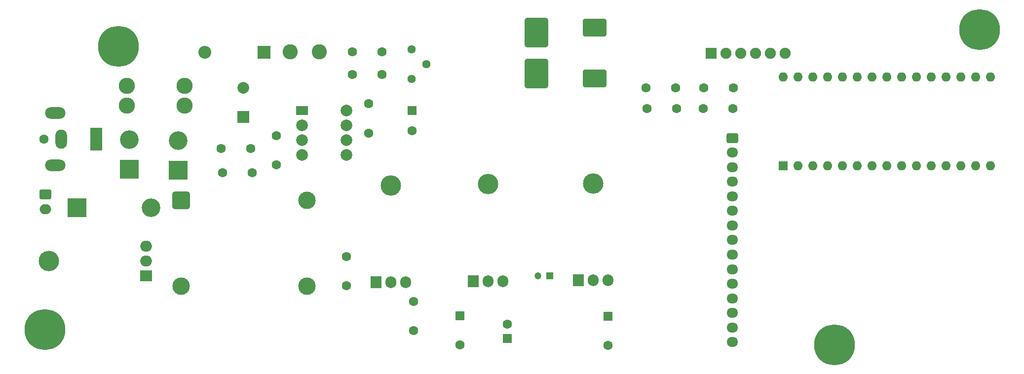
<source format=gbs>
G04 #@! TF.GenerationSoftware,KiCad,Pcbnew,8.0.6*
G04 #@! TF.CreationDate,2024-11-16T13:19:29-06:00*
G04 #@! TF.ProjectId,1400-PSU,31343030-2d50-4535-952e-6b696361645f,rev?*
G04 #@! TF.SameCoordinates,Original*
G04 #@! TF.FileFunction,Soldermask,Bot*
G04 #@! TF.FilePolarity,Negative*
%FSLAX46Y46*%
G04 Gerber Fmt 4.6, Leading zero omitted, Abs format (unit mm)*
G04 Created by KiCad (PCBNEW 8.0.6) date 2024-11-16 13:19:29*
%MOMM*%
%LPD*%
G01*
G04 APERTURE LIST*
G04 Aperture macros list*
%AMRoundRect*
0 Rectangle with rounded corners*
0 $1 Rounding radius*
0 $2 $3 $4 $5 $6 $7 $8 $9 X,Y pos of 4 corners*
0 Add a 4 corners polygon primitive as box body*
4,1,4,$2,$3,$4,$5,$6,$7,$8,$9,$2,$3,0*
0 Add four circle primitives for the rounded corners*
1,1,$1+$1,$2,$3*
1,1,$1+$1,$4,$5*
1,1,$1+$1,$6,$7*
1,1,$1+$1,$8,$9*
0 Add four rect primitives between the rounded corners*
20,1,$1+$1,$2,$3,$4,$5,0*
20,1,$1+$1,$4,$5,$6,$7,0*
20,1,$1+$1,$6,$7,$8,$9,0*
20,1,$1+$1,$8,$9,$2,$3,0*%
G04 Aperture macros list end*
%ADD10C,3.900000*%
%ADD11C,7.000000*%
%ADD12C,1.600000*%
%ADD13R,2.000000X4.000000*%
%ADD14O,2.000000X3.300000*%
%ADD15O,3.500000X2.000000*%
%ADD16R,1.600000X1.600000*%
%ADD17R,2.200000X2.200000*%
%ADD18O,2.200000X2.200000*%
%ADD19C,2.600000*%
%ADD20O,3.500000X3.500000*%
%ADD21R,2.000000X1.905000*%
%ADD22O,2.000000X1.905000*%
%ADD23RoundRect,0.250000X-0.725000X0.600000X-0.725000X-0.600000X0.725000X-0.600000X0.725000X0.600000X0*%
%ADD24O,1.950000X1.700000*%
%ADD25R,3.200000X3.200000*%
%ADD26O,3.200000X3.200000*%
%ADD27R,2.000000X2.000000*%
%ADD28C,2.000000*%
%ADD29R,2.000000X1.600000*%
%ADD30O,1.600000X1.600000*%
%ADD31R,1.200000X1.200000*%
%ADD32C,1.200000*%
%ADD33C,2.780000*%
%ADD34R,1.905000X1.905000*%
%ADD35C,1.905000*%
%ADD36RoundRect,0.375000X-1.125000X-1.125000X1.125000X-1.125000X1.125000X1.125000X-1.125000X1.125000X0*%
%ADD37C,3.000000*%
%ADD38C,1.440000*%
%ADD39RoundRect,0.333333X-1.666667X-2.166667X1.666667X-2.166667X1.666667X2.166667X-1.666667X2.166667X0*%
%ADD40RoundRect,0.250000X-1.750000X-1.250000X1.750000X-1.250000X1.750000X1.250000X-1.750000X1.250000X0*%
%ADD41RoundRect,0.250000X-0.750000X0.600000X-0.750000X-0.600000X0.750000X-0.600000X0.750000X0.600000X0*%
%ADD42O,2.000000X1.700000*%
%ADD43R,1.905000X2.000000*%
%ADD44O,1.905000X2.000000*%
G04 APERTURE END LIST*
D10*
X197540000Y-117690000D03*
D11*
X197540000Y-117690000D03*
D12*
X61850000Y-82390000D03*
D13*
X70850000Y-82390000D03*
D14*
X64850000Y-82390000D03*
D15*
X63850000Y-77890000D03*
X63850000Y-86890000D03*
D12*
X125290000Y-110240000D03*
X125290000Y-115240000D03*
X92280000Y-84040000D03*
X97360000Y-84040000D03*
D16*
X141420000Y-116652380D03*
D12*
X141420000Y-114152380D03*
D17*
X99650000Y-67500000D03*
D18*
X89490000Y-67500000D03*
D19*
X109140000Y-67440000D03*
X104140000Y-67440000D03*
D20*
X62730000Y-103340000D03*
D21*
X79390000Y-105880000D03*
D22*
X79390000Y-103340000D03*
X79390000Y-100800000D03*
D12*
X165145000Y-73630000D03*
X170225000Y-73630000D03*
D16*
X125080000Y-77500000D03*
D12*
X125080000Y-81000000D03*
D16*
X133270000Y-112717349D03*
D12*
X133270000Y-117717349D03*
D23*
X180020000Y-82230000D03*
D24*
X180020000Y-84730000D03*
X180020000Y-87230000D03*
X180020000Y-89730000D03*
X180020000Y-92230000D03*
X180020000Y-94730000D03*
X180020000Y-97230000D03*
X180020000Y-99730000D03*
X180020000Y-102230000D03*
X180020000Y-104730000D03*
X180020000Y-107230000D03*
X180020000Y-109730000D03*
X180020000Y-112230000D03*
X180020000Y-114730000D03*
X180020000Y-117230000D03*
D12*
X113740000Y-102590000D03*
X113740000Y-107590000D03*
X175045000Y-73640000D03*
X180125000Y-73640000D03*
D10*
X62030000Y-115120000D03*
D11*
X62030000Y-115120000D03*
D25*
X67540000Y-94190000D03*
D26*
X80240000Y-94190000D03*
D12*
X165345000Y-77130000D03*
X170425000Y-77130000D03*
X117580000Y-76320000D03*
X117580000Y-81400000D03*
D10*
X74690000Y-66520000D03*
D11*
X74690000Y-66520000D03*
D12*
X92520000Y-88190000D03*
X97600000Y-88190000D03*
X119900000Y-71330000D03*
X114820000Y-71330000D03*
D27*
X96080000Y-78587677D03*
D28*
X96080000Y-73587677D03*
D25*
X84930000Y-87710000D03*
D26*
X84930000Y-82630000D03*
D29*
X106170000Y-77480000D03*
D28*
X106170000Y-80020000D03*
X106170000Y-82560000D03*
X106170000Y-85100000D03*
X113790000Y-85100000D03*
X113790000Y-82560000D03*
X113790000Y-80020000D03*
X113790000Y-77480000D03*
D16*
X188670000Y-87010000D03*
D30*
X191210000Y-87010000D03*
X193750000Y-87010000D03*
X196290000Y-87010000D03*
X198830000Y-87010000D03*
X201370000Y-87010000D03*
X203910000Y-87010000D03*
X206450000Y-87010000D03*
X208990000Y-87010000D03*
X211530000Y-87010000D03*
X214070000Y-87010000D03*
X216610000Y-87010000D03*
X219150000Y-87010000D03*
X221690000Y-87010000D03*
X224230000Y-87010000D03*
X224230000Y-71770000D03*
X221690000Y-71770000D03*
X219150000Y-71770000D03*
X216610000Y-71770000D03*
X214070000Y-71770000D03*
X211530000Y-71770000D03*
X208990000Y-71770000D03*
X206450000Y-71770000D03*
X203910000Y-71770000D03*
X201370000Y-71770000D03*
X198830000Y-71770000D03*
X196290000Y-71770000D03*
X193750000Y-71770000D03*
X191210000Y-71770000D03*
X188670000Y-71770000D03*
D10*
X222390000Y-63590000D03*
D11*
X222390000Y-63590000D03*
D31*
X148632600Y-105840000D03*
D32*
X146632600Y-105840000D03*
D33*
X86000000Y-76670000D03*
X86000000Y-73270000D03*
X76080000Y-76670000D03*
X76080000Y-73270000D03*
D12*
X101730000Y-81840000D03*
X101730000Y-86840000D03*
D34*
X176390000Y-67670000D03*
D35*
X178930000Y-67670000D03*
X181470000Y-67670000D03*
X184010000Y-67670000D03*
X186550000Y-67670000D03*
X189090000Y-67670000D03*
D25*
X76570000Y-87590000D03*
D26*
X76570000Y-82510000D03*
D36*
X85386000Y-92934000D03*
D37*
X85386000Y-107666000D03*
X106976000Y-107666000D03*
X106976000Y-92934000D03*
D16*
X158660000Y-112830000D03*
D12*
X158660000Y-117830000D03*
X119900000Y-67470000D03*
X114820000Y-67470000D03*
X175030000Y-77130000D03*
X180110000Y-77130000D03*
D38*
X124960000Y-67010000D03*
X127500000Y-69550000D03*
X124960000Y-72090000D03*
D39*
X146385000Y-64140000D03*
D40*
X156385000Y-63265000D03*
D39*
X146385000Y-71140000D03*
D40*
X156385000Y-72015000D03*
D41*
X62170000Y-91910000D03*
D42*
X62170000Y-94410000D03*
D20*
X138090000Y-90100000D03*
D43*
X135550000Y-106760000D03*
D44*
X138090000Y-106760000D03*
X140630000Y-106760000D03*
D20*
X156140000Y-90000000D03*
D43*
X153600000Y-106660000D03*
D44*
X156140000Y-106660000D03*
X158680000Y-106660000D03*
D20*
X121370000Y-90340000D03*
D43*
X118830000Y-107000000D03*
D44*
X121370000Y-107000000D03*
X123910000Y-107000000D03*
M02*

</source>
